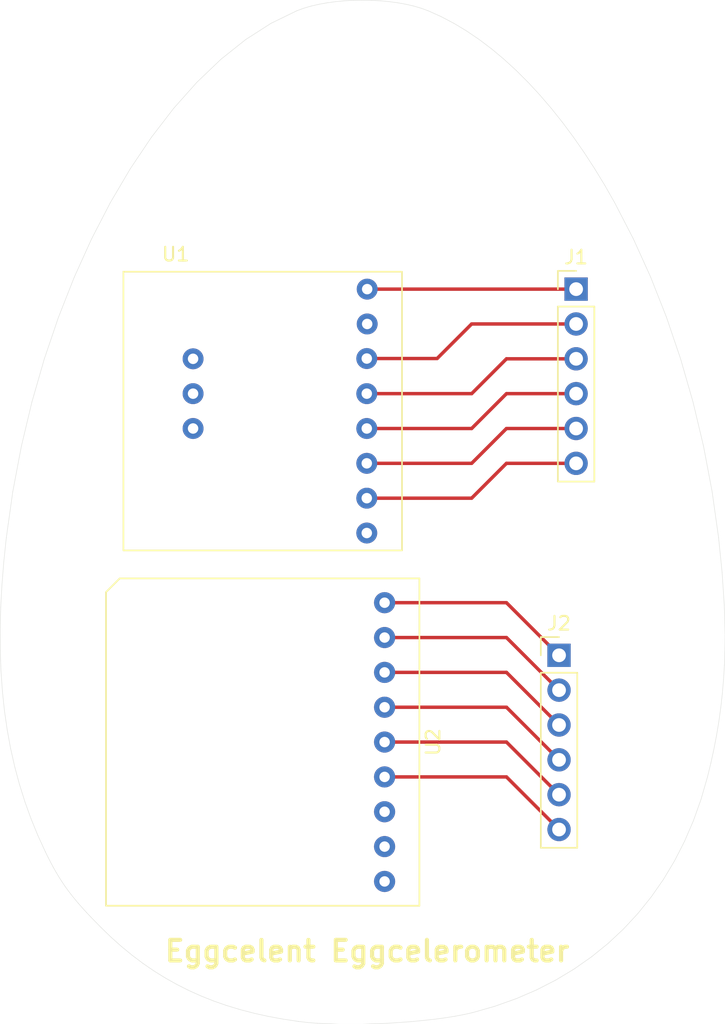
<source format=kicad_pcb>
(kicad_pcb (version 20211014) (generator pcbnew)
  (layers (0 "F.Cu" signal) (31 "B.Cu" signal) (34 "B.Paste" user) (35 "F.Paste" user) (36 "B.SilkS" user "B.Silkscreen") (37 "F.SilkS" user "F.Silkscreen") (38 "B.Mask" user) (39 "F.Mask" user) (44 "Edge.Cuts" user))
  (net 0 "")
  (net 1 "Net-(J1-Pad1)")
  (net 2 "Net-(J1-Pad2)")
  (net 3 "Net-(J1-Pad3)")
  (net 4 "Net-(J1-Pad4)")
  (net 5 "Net-(J1-Pad5)")
  (net 6 "Net-(J1-Pad6)")
  (net 7 "Net-(J2-Pad1)")
  (net 8 "Net-(J2-Pad2)")
  (net 9 "Net-(J2-Pad3)")
  (net 10 "Net-(J2-Pad4)")
  (net 11 "Net-(J2-Pad5)")
  (net 12 "Net-(J2-Pad6)")
  (footprint "Connector_PinHeader_2.54mm:PinHeader_1x06_P2.54mm_Vertical" (layer "F.Cu") (at 121.92 86.36)
    (fp_text reference "J1" (at 0 -2.33) (layer "F.SilkS"))
    (fp_text value "Conn_01x06")
    (fp_line (start -1.33 -1.33) (end 0 -1.33) (layer "F.SilkS") (width 0.12))
    (fp_line (start -1.33 14.03) (end 1.33 14.03) (layer "F.SilkS") (width 0.12))
    (fp_line (start -1.33 0) (end -1.33 -1.33) (layer "F.SilkS") (width 0.12))
    (fp_line (start -1.33 1.27) (end -1.33 14.03) (layer "F.SilkS") (width 0.12))
    (fp_line (start -1.33 1.27) (end 1.33 1.27) (layer "F.SilkS") (width 0.12))
    (fp_line (start 1.33 1.27) (end 1.33 14.03) (layer "F.SilkS") (width 0.12))
    (pad "1" thru_hole rect (at 0 0) (size 1.7 1.7) (drill 1) (layers *.Cu *.Mask) (net 1 "Net-(J1-Pad1)"))
    (pad "2" thru_hole oval (at 0 2.54) (size 1.7 1.7) (drill 1) (layers *.Cu *.Mask) (net 2 "Net-(J1-Pad2)"))
    (pad "3" thru_hole oval (at 0 5.08) (size 1.7 1.7) (drill 1) (layers *.Cu *.Mask) (net 3 "Net-(J1-Pad3)"))
    (pad "4" thru_hole oval (at 0 7.62) (size 1.7 1.7) (drill 1) (layers *.Cu *.Mask) (net 4 "Net-(J1-Pad4)"))
    (pad "5" thru_hole oval (at 0 10.16) (size 1.7 1.7) (drill 1) (layers *.Cu *.Mask) (net 5 "Net-(J1-Pad5)"))
    (pad "6" thru_hole oval (at 0 12.7) (size 1.7 1.7) (drill 1) (layers *.Cu *.Mask) (net 6 "Net-(J1-Pad6)"))
  )
  (footprint "ElectronicEggDrop:LIS3DH" (layer "F.Cu") (at 99.06 81.28)
    (fp_text reference "U1" (at -6.35 2.54 unlocked) (layer "F.SilkS"))
    (fp_text value "LIS3DH")
    (fp_rect (start -10.16 3.81) (end 10.16 24.13) (layer "F.SilkS") (width 0.12) (fill none))
    (pad "1" thru_hole circle (at 7.62 5.08) (size 1.524 1.524) (drill 0.762) (layers *.Cu *.Mask) (net 1 "Net-(J1-Pad1)"))
    (pad "2" thru_hole circle (at 7.62 7.62) (size 1.524 1.524) (drill 0.762) (layers *.Cu *.Mask))
    (pad "3" thru_hole circle (at 7.59025 10.1401) (size 1.524 1.524) (drill 0.762) (layers *.Cu *.Mask) (net 2 "Net-(J1-Pad2)"))
    (pad "4" thru_hole circle (at 7.59025 12.7) (size 1.524 1.524) (drill 0.762) (layers *.Cu *.Mask) (net 3 "Net-(J1-Pad3)"))
    (pad "5" thru_hole circle (at 7.59025 15.24) (size 1.524 1.524) (drill 0.762) (layers *.Cu *.Mask) (net 4 "Net-(J1-Pad4)"))
    (pad "6" thru_hole circle (at 7.59025 17.78) (size 1.524 1.524) (drill 0.762) (layers *.Cu *.Mask) (net 5 "Net-(J1-Pad5)"))
    (pad "7" thru_hole circle (at 7.59025 20.32) (size 1.524 1.524) (drill 0.762) (layers *.Cu *.Mask) (net 6 "Net-(J1-Pad6)"))
    (pad "8" thru_hole circle (at 7.59025 22.86) (size 1.524 1.524) (drill 0.762) (layers *.Cu *.Mask))
    (pad "9" thru_hole circle (at -5.08 10.16) (size 1.524 1.524) (drill 0.762) (layers *.Cu *.Mask))
    (pad "10" thru_hole circle (at -5.08 12.7) (size 1.524 1.524) (drill 0.762) (layers *.Cu *.Mask))
    (pad "11" thru_hole circle (at -5.08 15.24) (size 1.524 1.524) (drill 0.762) (layers *.Cu *.Mask))
  )
  (footprint "Connector_PinHeader_2.54mm:PinHeader_1x06_P2.54mm_Vertical" (layer "F.Cu") (at 120.675 113.055)
    (fp_text reference "J2" (at 0 -2.33) (layer "F.SilkS"))
    (fp_text value "Conn_01x06")
    (fp_line (start -1.33 -1.33) (end 0 -1.33) (layer "F.SilkS") (width 0.12))
    (fp_line (start -1.33 14.03) (end 1.33 14.03) (layer "F.SilkS") (width 0.12))
    (fp_line (start -1.33 1.27) (end -1.33 14.03) (layer "F.SilkS") (width 0.12))
    (fp_line (start -1.33 1.27) (end 1.33 1.27) (layer "F.SilkS") (width 0.12))
    (fp_line (start -1.33 0) (end -1.33 -1.33) (layer "F.SilkS") (width 0.12))
    (fp_line (start 1.33 1.27) (end 1.33 14.03) (layer "F.SilkS") (width 0.12))
    (pad "1" thru_hole rect (at 0 0) (size 1.7 1.7) (drill 1) (layers *.Cu *.Mask) (net 7 "Net-(J2-Pad1)"))
    (pad "2" thru_hole oval (at 0 2.54) (size 1.7 1.7) (drill 1) (layers *.Cu *.Mask) (net 8 "Net-(J2-Pad2)"))
    (pad "3" thru_hole oval (at 0 5.08) (size 1.7 1.7) (drill 1) (layers *.Cu *.Mask) (net 9 "Net-(J2-Pad3)"))
    (pad "4" thru_hole oval (at 0 7.62) (size 1.7 1.7) (drill 1) (layers *.Cu *.Mask) (net 10 "Net-(J2-Pad4)"))
    (pad "5" thru_hole oval (at 0 10.16) (size 1.7 1.7) (drill 1) (layers *.Cu *.Mask) (net 11 "Net-(J2-Pad5)"))
    (pad "6" thru_hole oval (at 0 12.7) (size 1.7 1.7) (drill 1) (layers *.Cu *.Mask) (net 12 "Net-(J2-Pad6)"))
  )
  (footprint "ElectronicEggDrop:SDCardReader" (layer "F.Cu") (at 109.22 119.38 -90)
    (fp_text reference "U2" (at 0 -2.27 90) (layer "F.SilkS"))
    (fp_text value "SDCardReader")
    (fp_line (start -11.93 20.59) (end -11.93 -1.27) (layer "F.SilkS") (width 0.12))
    (fp_line (start 11.93 21.59) (end -10.93 21.59) (layer "F.SilkS") (width 0.12))
    (fp_line (start 11.93 -1.27) (end 11.93 21.59) (layer "F.SilkS") (width 0.12))
    (fp_line (start -10.93 21.59) (end -11.93 20.59) (layer "F.SilkS") (width 0.12))
    (fp_line (start -11.93 -1.27) (end 11.93 -1.27) (layer "F.SilkS") (width 0.12))
    (pad "1" thru_hole oval (at -10.16 1.27 270) (size 1.54 1.54) (drill 0.76) (layers *.Cu *.Mask) (net 7 "Net-(J2-Pad1)"))
    (pad "2" thru_hole oval (at -7.62 1.27 270) (size 1.54 1.54) (drill 0.76) (layers *.Cu *.Mask) (net 8 "Net-(J2-Pad2)"))
    (pad "3" thru_hole oval (at -5.08 1.27 270) (size 1.54 1.54) (drill 0.76) (layers *.Cu *.Mask) (net 9 "Net-(J2-Pad3)"))
    (pad "4" thru_hole oval (at -2.54 1.27 270) (size 1.54 1.54) (drill 0.76) (layers *.Cu *.Mask) (net 10 "Net-(J2-Pad4)"))
    (pad "5" thru_hole oval (at 0 1.27 270) (size 1.54 1.54) (drill 0.76) (layers *.Cu *.Mask) (net 11 "Net-(J2-Pad5)"))
    (pad "6" thru_hole oval (at 2.54 1.27 270) (size 1.54 1.54) (drill 0.76) (layers *.Cu *.Mask) (net 12 "Net-(J2-Pad6)"))
    (pad "7" thru_hole oval (at 5.08 1.27 270) (size 1.54 1.54) (drill 0.76) (layers *.Cu *.Mask))
    (pad "8" thru_hole oval (at 7.62 1.27 270) (size 1.54 1.54) (drill 0.76) (layers *.Cu *.Mask))
    (pad "9" thru_hole oval (at 10.16 1.27 270) (size 1.54 1.54) (drill 0.76) (layers *.Cu *.Mask))
  )
  (gr_line (start 124.011673 78.794782) (end 124.72993 80.054388) (layer "Edge.Cuts") (width 0.025399))
  (gr_line (start 110.618399 65.882224) (end 111.110677 66.061999) (layer "Edge.Cuts") (width 0.025399))
  (gr_line (start 113.929283 67.538211) (end 114.849913 68.162949) (layer "Edge.Cuts") (width 0.025399))
  (gr_line (start 96.441977 138.589542) (end 95.492048 138.258839) (layer "Edge.Cuts") (width 0.025399))
  (gr_line (start 103.755331 65.486719) (end 104.379247 65.402824) (layer "Edge.Cuts") (width 0.025399))
  (gr_line (start 97.821975 68.162575) (end 99.67239 66.978152) (layer "Edge.Cuts") (width 0.025399))
  (gr_line (start 85.33473 130.806664) (end 85.082104 130.490719) (layer "Edge.Cuts") (width 0.025399))
  (gr_line (start 123.270864 77.577776) (end 124.011673 78.794782) (layer "Edge.Cuts") (width 0.025399))
  (gr_line (start 132.567715 107.012774) (end 132.724794 109.392058) (layer "Edge.Cuts") (width 0.025399))
  (gr_line (start 83.406224 127.786696) (end 83.206403 127.381205) (layer "Edge.Cuts") (width 0.025399))
  (gr_line (start 130.474045 125.117408) (end 129.830934 126.610337) (layer "Edge.Cuts") (width 0.025399))
  (gr_line (start 112.360543 139.482043) (end 111.573464 139.587767) (layer "Edge.Cuts") (width 0.025399))
  (gr_line (start 132.329946 117.887067) (end 132.162681 118.894287) (layer "Edge.Cuts") (width 0.025399))
  (gr_line (start 86.203693 131.797774) (end 85.893293 131.457163) (layer "Edge.Cuts") (width 0.025399))
  (gr_line (start 80.175705 106.217423) (end 80.358472 104.472773) (layer "Edge.Cuts") (width 0.025399))
  (gr_line (start 84.404066 129.54376) (end 84.197227 129.218304) (layer "Edge.Cuts") (width 0.025399))
  (gr_line (start 129.103216 128.034062) (end 128.292609 129.386864) (layer "Edge.Cuts") (width 0.025399))
  (gr_line (start 111.110677 66.061999) (end 111.110677 66.061999) (layer "Edge.Cuts") (width 0.025399))
  (gr_line (start 91.958576 136.580892) (end 91.133998 136.068932) (layer "Edge.Cuts") (width 0.025399))
  (gr_line (start 131.030837 123.556998) (end 130.474045 125.117408) (layer "Edge.Cuts") (width 0.025399))
  (gr_line (start 80.422495 118.489956) (end 80.222974 117.099356) (layer "Edge.Cuts") (width 0.025399))
  (gr_line (start 114.849913 68.162949) (end 115.759366 68.850898) (layer "Edge.Cuts") (width 0.025399))
  (gr_line (start 83.602986 128.170122) (end 83.406224 127.786696) (layer "Edge.Cuts") (width 0.025399))
  (gr_line (start 82.224987 94.586564) (end 83.129968 91.445892) (layer "Edge.Cuts") (width 0.025399))
  (gr_line (start 132.31104 104.472773) (end 132.567715 107.012774) (layer "Edge.Cuts") (width 0.025399))
  (gr_line (start 122.508537 76.405244) (end 123.270864 77.577776) (layer "Edge.Cuts") (width 0.025399))
  (gr_line (start 84.844273 130.17694) (end 84.619004 129.862296) (layer "Edge.Cuts") (width 0.025399))
  (gr_line (start 99.67239 66.978152) (end 101.558843 66.061999) (layer "Edge.Cuts") (width 0.025399))
  (gr_line (start 131.213492 97.81045) (end 131.838396 101.112622) (layer "Edge.Cuts") (width 0.025399))
  (gr_line (start 100.554559 139.579366) (end 99.476375 139.380383) (layer "Edge.Cuts") (width 0.025399))
  (gr_line (start 109.514174 65.594584) (end 110.084237 65.726419) (layer "Edge.Cuts") (width 0.025399))
  (gr_line (start 114.395681 139.094462) (end 114.395681 139.094462) (layer "Edge.Cuts") (width 0.025399))
  (gr_line (start 80.671019 119.846095) (end 80.422495 118.489956) (layer "Edge.Cuts") (width 0.025399))
  (gr_line (start 96.015916 69.600194) (end 97.821975 68.162575) (layer "Edge.Cuts") (width 0.025399))
  (gr_line (start 98.432586 139.149576) (end 97.421638 138.886209) (layer "Edge.Cuts") (width 0.025399))
  (gr_line (start 117.550068 138.086515) (end 116.004886 138.635417) (layer "Edge.Cuts") (width 0.025399))
  (gr_line (start 114.395681 139.094462) (end 113.780737 139.234924) (layer "Edge.Cuts") (width 0.025399))
  (gr_line (start 97.421638 138.886209) (end 96.441977 138.589542) (layer "Edge.Cuts") (width 0.025399))
  (gr_line (start 131.747674 120.91251) (end 131.499593 121.930827) (layer "Edge.Cuts") (width 0.025399))
  (gr_line (start 124.72993 80.054388) (end 126.09465 82.693906) (layer "Edge.Cuts") (width 0.025399))
  (gr_line (start 80.072187 115.672121) (end 79.969862 114.206072) (layer "Edge.Cuts") (width 0.025399))
  (gr_line (start 80.358472 104.472773) (end 80.358472 104.472773) (layer "Edge.Cuts") (width 0.025399))
  (gr_line (start 85.082104 130.490719) (end 84.844273 130.17694) (layer "Edge.Cuts") (width 0.025399))
  (gr_line (start 120.441496 136.726029) (end 119.029509 137.449479) (layer "Edge.Cuts") (width 0.025399))
  (gr_line (start 83.129968 91.445892) (end 84.16249 88.407704) (layer "Edge.Cuts") (width 0.025399))
  (gr_line (start 105.021113 65.342899) (end 105.674946 65.306944) (layer "Edge.Cuts") (width 0.025399))
  (gr_line (start 127.35675 85.48134) (end 128.507958 88.401701) (layer "Edge.Cuts") (width 0.025399))
  (gr_line (start 102.326636 139.82245) (end 101.668691 139.747279) (layer "Edge.Cuts") (width 0.025399))
  (gr_line (start 83.798919 128.534513) (end 83.602986 128.170122) (layer "Edge.Cuts") (width 0.025399))
  (gr_line (start 117.540606 70.408935) (end 118.410324 71.275275) (layer "Edge.Cuts") (width 0.025399))
  (gr_line (start 106.345608 139.94306) (end 104.628511 139.944001) (layer "Edge.Cuts") (width 0.025399))
  (gr_line (start 107.648412 65.342899) (end 108.290278 65.402824) (layer "Edge.Cuts") (width 0.025399))
  (gr_line (start 101.668691 139.747264) (end 100.554559 139.579366) (layer "Edge.Cuts") (width 0.025399))
  (gr_line (start 112.058631 66.485862) (end 112.998511 66.978557) (layer "Edge.Cuts") (width 0.025399))
  (gr_line (start 94.262533 71.27594) (end 96.015916 69.600194) (layer "Edge.Cuts") (width 0.025399))
  (gr_line (start 103.155349 65.594584) (end 103.755331 65.486719) (layer "Edge.Cuts") (width 0.025399))
  (gr_line (start 95.492048 138.258839) (end 94.570297 137.89336) (layer "Edge.Cuts") (width 0.025399))
  (gr_line (start 121.725726 75.27906) (end 122.508537 76.405244) (layer "Edge.Cuts") (width 0.025399))
  (gr_line (start 80.968818 121.169953) (end 80.671019 119.846095) (layer "Edge.Cuts") (width 0.025399))
  (gr_line (start 132.770693 112.723628) (end 132.734721 113.785483) (layer "Edge.Cuts") (width 0.025399))
  (gr_line (start 110.084237 65.726419) (end 110.618399 65.882224) (layer "Edge.Cuts") (width 0.025399))
  (gr_line (start 90.947064 75.281525) (end 92.570142 73.174741) (layer "Edge.Cuts") (width 0.025399))
  (gr_line (start 127.400827 130.66702) (end 126.429584 131.87281) (layer "Edge.Cuts") (width 0.025399))
  (gr_line (start 106.994579 65.306944) (end 107.648412 65.342899) (layer "Edge.Cuts") (width 0.025399))
  (gr_line (start 92.805115 137.055124) (end 91.958576 136.580892) (layer "Edge.Cuts") (width 0.025399))
  (gr_line (start 130.444602 94.581246) (end 131.213492 97.81045) (layer "Edge.Cuts") (width 0.025399))
  (gr_line (start 89.544514 134.92888) (end 88.776499 134.299312) (layer "Edge.Cuts") (width 0.025399))
  (gr_line (start 86.537816 132.152665) (end 86.203693 131.797774) (layer "Edge.Cuts") (width 0.025399))
  (gr_line (start 81.713322 123.72953) (end 81.316162 122.463705) (layer "Edge.Cuts") (width 0.025399))
  (gr_line (start 89.401615 77.581222) (end 90.947064 75.281525) (layer "Edge.Cuts") (width 0.025399))
  (gr_line (start 120.102788 73.17323) (end 120.923465 74.201098) (layer "Edge.Cuts") (width 0.025399))
  (gr_line (start 91.133998 136.068932) (end 90.329829 135.518508) (layer "Edge.Cuts") (width 0.025399))
  (gr_line (start 93.675171 137.492367) (end 92.805115 137.055124) (layer "Edge.Cuts") (width 0.025399))
  (gr_line (start 99.476375 139.380383) (end 98.432586 139.149576) (layer "Edge.Cuts") (width 0.025399))
  (gr_line (start 82.658172 126.186102) (end 82.160568 124.969603) (layer "Edge.Cuts") (width 0.025399))
  (gr_line (start 87.942115 80.058759) (end 89.401615 77.581222) (layer "Edge.Cuts") (width 0.025399))
  (gr_line (start 103.045311 139.879984) (end 102.326636 139.82245) (layer "Edge.Cuts") (width 0.025399))
  (gr_line (start 85.604382 131.127803) (end 85.33473 130.806664) (layer "Edge.Cuts") (width 0.025399))
  (gr_line (start 101.668691 139.747279) (end 101.668691 139.747279) (layer "Edge.Cuts") (width 0.025399))
  (gr_line (start 126.09465 82.693906) (end 127.35675 85.48134) (layer "Edge.Cuts") (width 0.025399))
  (gr_line (start 86.576882 82.699066) (end 87.942115 80.058759) (layer "Edge.Cuts") (width 0.025399))
  (gr_line (start 83.996255 128.882898) (end 83.798919 128.534513) (layer "Edge.Cuts") (width 0.025399))
  (gr_line (start 80.358472 104.472773) (end 80.830921 101.115076) (layer "Edge.Cuts") (width 0.025399))
  (gr_line (start 131.968647 119.901549) (end 131.747674 120.91251) (layer "Edge.Cuts") (width 0.025399))
  (gr_line (start 132.31104 104.472773) (end 132.31104 104.472773) (layer "Edge.Cuts") (width 0.025399))
  (gr_line (start 113.099329 139.364273) (end 112.360543 139.482043) (layer "Edge.Cuts") (width 0.025399))
  (gr_line (start 79.969862 114.206072) (end 79.915729 112.699032) (layer "Edge.Cuts") (width 0.025399))
  (gr_line (start 106.334763 65.294959) (end 106.994579 65.306944) (layer "Edge.Cuts") (width 0.025399))
  (gr_line (start 131.499593 121.930827) (end 131.030837 123.556998) (layer "Edge.Cuts") (width 0.025399))
  (gr_line (start 94.570297 137.89336) (end 93.675171 137.492367) (layer "Edge.Cuts") (width 0.025399))
  (gr_line (start 126.429584 131.87281) (end 125.380596 133.002513) (layer "Edge.Cuts") (width 0.025399))
  (gr_line (start 132.672831 114.829098) (end 132.584851 115.858129) (layer "Edge.Cuts") (width 0.025399))
  (gr_line (start 84.16249 88.407704) (end 85.314234 85.487072) (layer "Edge.Cuts") (width 0.025399))
  (gr_line (start 132.780916 111.639877) (end 132.770693 112.723628) (layer "Edge.Cuts") (width 0.025399))
  (gr_line (start 82.160568 124.969603) (end 81.713322 123.72953) (layer "Edge.Cuts") (width 0.025399))
  (gr_line (start 85.893293 131.457163) (end 85.604382 131.127803) (layer "Edge.Cuts") (width 0.025399))
  (gr_line (start 101.558843 66.061999) (end 102.051122 65.882224) (layer "Edge.Cuts") (width 0.025399))
  (gr_line (start 81.455865 97.814649) (end 82.224987 94.586564) (layer "Edge.Cuts") (width 0.025399))
  (gr_line (start 80.222974 117.099356) (end 80.072187 115.672121) (layer "Edge.Cuts") (width 0.025399))
  (gr_line (start 113.780737 139.234924) (end 113.099329 139.364273) (layer "Edge.Cuts") (width 0.025399))
  (gr_line (start 132.470613 116.876233) (end 132.329946 117.887067) (layer "Edge.Cuts") (width 0.025399))
  (gr_line (start 104.379247 65.402824) (end 105.021113 65.342899) (layer "Edge.Cuts") (width 0.025399))
  (gr_line (start 112.998511 66.978557) (end 113.929283 67.538211) (layer "Edge.Cuts") (width 0.025399))
  (gr_line (start 80.830921 101.115076) (end 81.455865 97.814649) (layer "Edge.Cuts") (width 0.025399))
  (gr_line (start 128.507958 88.401701) (end 129.54 91.44) (layer "Edge.Cuts") (width 0.025399))
  (gr_line (start 105.674946 65.306944) (end 106.334763 65.294959) (layer "Edge.Cuts") (width 0.025399))
  (gr_line (start 87.286153 132.917399) (end 87.286153 132.917399) (layer "Edge.Cuts") (width 0.025399))
  (gr_line (start 101.668691 139.747279) (end 101.668691 139.747264) (layer "Edge.Cuts") (width 0.025399))
  (gr_line (start 116.656608 69.600185) (end 117.540606 70.408935) (layer "Edge.Cuts") (width 0.025399))
  (gr_line (start 102.585285 65.726419) (end 103.155349 65.594584) (layer "Edge.Cuts") (width 0.025399))
  (gr_line (start 79.909517 111.148824) (end 79.950957 109.553271) (layer "Edge.Cuts") (width 0.025399))
  (gr_line (start 85.314234 85.487072) (end 86.576882 82.699066) (layer "Edge.Cuts") (width 0.025399))
  (gr_line (start 84.197227 129.218304) (end 83.996255 128.882898) (layer "Edge.Cuts") (width 0.025399))
  (gr_line (start 79.950957 109.553271) (end 80.039776 107.910197) (layer "Edge.Cuts") (width 0.025399))
  (gr_line (start 102.051122 65.882224) (end 102.585285 65.726419) (layer "Edge.Cuts") (width 0.025399))
  (gr_line (start 129.830934 126.610337) (end 129.103216 128.034062) (layer "Edge.Cuts") (width 0.025399))
  (gr_line (start 131.499593 121.930827) (end 131.499593 121.930827) (layer "Edge.Cuts") (width 0.025399))
  (gr_line (start 79.915729 112.699032) (end 79.909517 111.148824) (layer "Edge.Cuts") (width 0.025399))
  (gr_line (start 121.784314 135.917886) (end 120.441496 136.726029) (layer "Edge.Cuts") (width 0.025399))
  (gr_line (start 81.316162 122.463705) (end 80.968818 121.169953) (layer "Edge.Cuts") (width 0.025399))
  (gr_line (start 131.838396 101.112622) (end 132.31104 104.472773) (layer "Edge.Cuts") (width 0.025399))
  (gr_line (start 132.584851 115.858129) (end 132.470613 116.876233) (layer "Edge.Cuts") (width 0.025399))
  (gr_line (start 132.162681 118.894287) (end 131.968647 119.901549) (layer "Edge.Cuts") (width 0.025399))
  (gr_line (start 101.558843 66.061999) (end 101.558843 66.061999) (layer "Edge.Cuts") (width 0.025399))
  (gr_line (start 104.628511 139.944001) (end 103.045311 139.879984) (layer "Edge.Cuts") (width 0.025399))
  (gr_line (start 120.923465 74.201098) (end 121.725726 75.27906) (layer "Edge.Cuts") (width 0.025399))
  (gr_line (start 116.004886 138.635417) (end 114.395681 139.094462) (layer "Edge.Cuts") (width 0.025399))
  (gr_line (start 83.206403 127.381205) (end 82.658172 126.186102) (layer "Edge.Cuts") (width 0.025399))
  (gr_line (start 111.110677 66.061999) (end 112.058631 66.485862) (layer "Edge.Cuts") (width 0.025399))
  (gr_line (start 125.380596 133.002513) (end 124.255579 134.054407) (layer "Edge.Cuts") (width 0.025399))
  (gr_line (start 88.02423 133.629064) (end 87.286153 132.917399) (layer "Edge.Cuts") (width 0.025399))
  (gr_line (start 87.286153 132.917399) (end 86.537816 132.152665) (layer "Edge.Cuts") (width 0.025399))
  (gr_line (start 108.290278 65.402824) (end 108.914193 65.486719) (layer "Edge.Cuts") (width 0.025399))
  (gr_line (start 128.292609 129.386864) (end 127.400827 130.66702) (layer "Edge.Cuts") (width 0.025399))
  (gr_line (start 118.410324 71.275275) (end 119.26473 72.197331) (layer "Edge.Cuts") (width 0.025399))
  (gr_line (start 124.255579 134.054407) (end 123.056246 135.026772) (layer "Edge.Cuts") (width 0.025399))
  (gr_line (start 80.039776 107.910197) (end 80.175705 106.217423) (layer "Edge.Cuts") (width 0.025399))
  (gr_line (start 115.759366 68.850898) (end 116.656608 69.600185) (layer "Edge.Cuts") (width 0.025399))
  (gr_line (start 108.914193 65.486719) (end 109.514174 65.594584) (layer "Edge.Cuts") (width 0.025399))
  (gr_line (start 132.734721 113.785483) (end 132.672831 114.829098) (layer "Edge.Cuts") (width 0.025399))
  (gr_line (start 109.890768 139.761215) (end 108.123921 139.880889) (layer "Edge.Cuts") (width 0.025399))
  (gr_line (start 108.123921 139.880889) (end 106.345608 139.94306) (layer "Edge.Cuts") (width 0.025399))
  (gr_line (start 129.54 91.44) (end 130.444602 94.581246) (layer "Edge.Cuts") (width 0.025399))
  (gr_line (start 88.776499 134.299312) (end 88.02423 133.629064) (layer "Edge.Cuts") (width 0.025399))
  (gr_line (start 92.570142 73.174741) (end 94.262533 71.27594) (layer "Edge.Cuts") (width 0.025399))
  (gr_line (start 119.26473 72.197331) (end 120.102788 73.17323) (layer "Edge.Cuts") (width 0.025399))
  (gr_line (start 132.765559 110.530572) (end 132.780916 111.639877) (layer "Edge.Cuts") (width 0.025399))
  (gr_line (start 123.056246 135.026772) (end 121.784314 135.917886) (layer "Edge.Cuts") (width 0.025399))
  (gr_line (start 83.206403 127.381205) (end 83.206403 127.381205) (layer "Edge.Cuts") (width 0.025399))
  (gr_line (start 119.029509 137.449479) (end 117.550068 138.086515) (layer "Edge.Cuts") (width 0.025399))
  (gr_line (start 84.619004 129.862296) (end 84.404066 129.54376) (layer "Edge.Cuts") (width 0.025399))
  (gr_line (start 132.724794 109.392058) (end 132.765559 110.530572) (layer "Edge.Cuts") (width 0.025399))
  (gr_line (start 111.573464 139.587767) (end 109.890768 139.761215) (layer "Edge.Cuts") (width 0.025399))
  (gr_line (start 90.329829 135.518508) (end 89.544514 134.92888) (layer "Edge.Cuts") (width 0.025399))
  (gr_text "Eggcelent Eggcelerometer" (at 106.68 134.62) (layer "F.SilkS") (effects (font (size 1.5 1.5) (thickness 0.3))))
  (segment (start 106.68 86.36) (end 121.92 86.36) (width 0.25) (layer "F.Cu") (net 1))
  (segment (start 114.3 88.9) (end 121.92 88.9) (width 0.25) (layer "F.Cu") (net 2))
  (segment (start 106.65025 91.4201) (end 111.7799 91.4201) (width 0.25) (layer "F.Cu") (net 2))
  (segment (start 111.7799 91.4201) (end 114.3 88.9) (width 0.25) (layer "F.Cu") (net 2))
  (segment (start 106.65025 93.98) (end 114.3 93.98) (width 0.25) (layer "F.Cu") (net 3))
  (segment (start 114.3 93.98) (end 116.84 91.44) (width 0.25) (layer "F.Cu") (net 3))
  (segment (start 116.84 91.44) (end 121.92 91.44) (width 0.25) (layer "F.Cu") (net 3))
  (segment (start 116.84 93.98) (end 121.92 93.98) (width 0.25) (layer "F.Cu") (net 4))
  (segment (start 114.3 96.52) (end 116.84 93.98) (width 0.25) (layer "F.Cu") (net 4))
  (segment (start 106.65025 96.52) (end 114.3 96.52) (width 0.25) (layer "F.Cu") (net 4))
  (segment (start 106.65025 99.06) (end 114.3 99.06) (width 0.25) (layer "F.Cu") (net 5))
  (segment (start 114.3 99.06) (end 116.84 96.52) (width 0.25) (layer "F.Cu") (net 5))
  (segment (start 116.84 96.52) (end 121.92 96.52) (width 0.25) (layer "F.Cu") (net 5))
  (segment (start 116.84 99.06) (end 121.92 99.06) (width 0.25) (layer "F.Cu") (net 6))
  (segment (start 106.65025 101.6) (end 114.3 101.6) (width 0.25) (layer "F.Cu") (net 6))
  (segment (start 114.3 101.6) (end 116.84 99.06) (width 0.25) (layer "F.Cu") (net 6))
  (segment (start 116.84 109.22) (end 120.675 113.055) (width 0.25) (layer "F.Cu") (net 7))
  (segment (start 107.95 109.22) (end 116.84 109.22) (width 0.25) (layer "F.Cu") (net 7))
  (segment (start 116.84 111.76) (end 120.675 115.595) (width 0.25) (layer "F.Cu") (net 8))
  (segment (start 107.95 111.76) (end 116.84 111.76) (width 0.25) (layer "F.Cu") (net 8))
  (segment (start 116.84 114.3) (end 120.675 118.135) (width 0.25) (layer "F.Cu") (net 9))
  (segment (start 107.95 114.3) (end 116.84 114.3) (width 0.25) (layer "F.Cu") (net 9))
  (segment (start 116.84 116.84) (end 120.675 120.675) (width 0.25) (layer "F.Cu") (net 10))
  (segment (start 107.95 116.84) (end 116.84 116.84) (width 0.25) (layer "F.Cu") (net 10))
  (segment (start 107.95 119.38) (end 116.84 119.38) (width 0.25) (layer "F.Cu") (net 11))
  (segment (start 116.84 119.38) (end 120.675 123.215) (width 0.25) (layer "F.Cu") (net 11))
  (segment (start 116.84 121.92) (end 120.675 125.755) (width 0.25) (layer "F.Cu") (net 12))
  (segment (start 107.95 121.92) (end 116.84 121.92) (width 0.25) (layer "F.Cu") (net 12))
)
</source>
